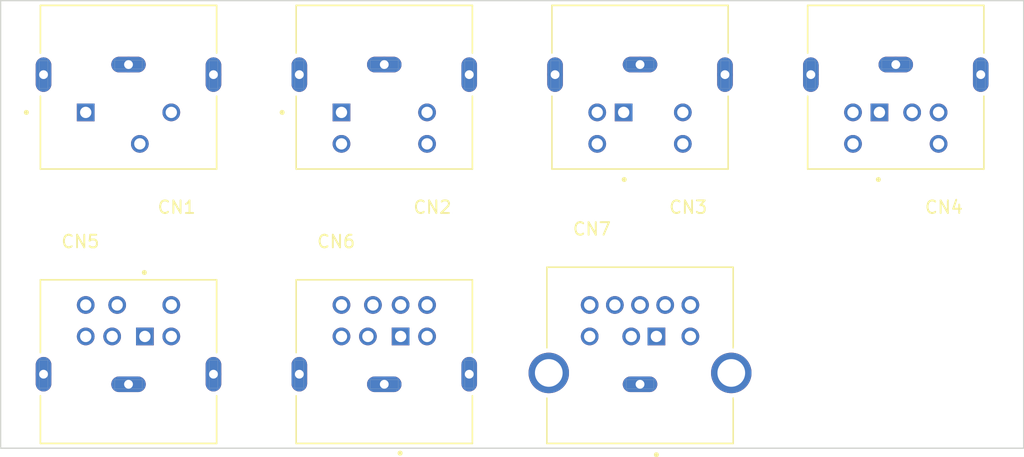
<source format=kicad_pcb>
(kicad_pcb (version 20211014) (generator pcbnew)
  (layers (0 "F.Cu" signal) (31 "B.Cu" signal) (34 "B.Paste" user) (35 "F.Paste" user) (36 "B.SilkS" user "B.Silkscreen") (37 "F.SilkS" user "F.Silkscreen") (38 "B.Mask" user) (39 "F.Mask" user) (44 "Edge.Cuts" user))
  (net 0 "")
  (footprint "MD-XXSM:CUI_MD-30SM" (layer "F.Cu") (at 76.2 35.56 180)
    (fp_text reference "CN1")
    (fp_text value "MD-30")
    (fp_line (start 1.1 -0.35) (end 1.1 0.35) (layer "Edge.Cuts") (width 0.01))
    (fp_line (start 6.4 -1.9) (end 7.1 -1.9) (layer "Edge.Cuts") (width 0.01))
    (fp_line (start -6.4 -1.9) (end -6.4 0.3) (layer "Edge.Cuts") (width 0.01))
    (fp_line (start 7.1 0.3) (end 6.4 0.3) (layer "Edge.Cuts") (width 0.01))
    (fp_line (start -7.1 -1.9) (end -6.4 -1.9) (layer "Edge.Cuts") (width 0.01))
    (fp_line (start 1.1 0.35) (end -1.1 0.35) (layer "Edge.Cuts") (width 0.01))
    (fp_line (start 7.1 -1.9) (end 7.1 0.3) (layer "Edge.Cuts") (width 0.01))
    (fp_line (start 6.4 0.3) (end 6.4 -1.9) (layer "Edge.Cuts") (width 0.01))
    (fp_line (start -7.1 0.3) (end -7.1 -1.9) (layer "Edge.Cuts") (width 0.01))
    (fp_line (start -6.4 0.3) (end -7.1 0.3) (layer "Edge.Cuts") (width 0.01))
    (fp_line (start -1.1 0.35) (end -1.1 -0.35) (layer "Edge.Cuts") (width 0.01))
    (fp_line (start -1.1 -0.35) (end 1.1 -0.35) (layer "Edge.Cuts") (width 0.01))
  )
  (footprint "MD-XXSM:CUI_MD-80SM" (layer "F.Cu") (at 96.52 60.96)
    (fp_text reference "CN6")
    (fp_text value "MD-80")
    (fp_line (start 6.4 -1.9) (end 7.1 -1.9) (layer "Edge.Cuts") (width 0.01))
    (fp_line (start -6.4 0.3) (end -7.1 0.3) (layer "Edge.Cuts") (width 0.01))
    (fp_line (start -1.1 0.35) (end -1.1 -0.35) (layer "Edge.Cuts") (width 0.01))
    (fp_line (start -6.4 -1.9) (end -6.4 0.3) (layer "Edge.Cuts") (width 0.01))
    (fp_line (start 1.1 -0.35) (end 1.1 0.35) (layer "Edge.Cuts") (width 0.01))
    (fp_line (start -7.1 -1.9) (end -6.4 -1.9) (layer "Edge.Cuts") (width 0.01))
    (fp_line (start -1.1 -0.35) (end 1.1 -0.35) (layer "Edge.Cuts") (width 0.01))
    (fp_line (start 7.1 0.3) (end 6.4 0.3) (layer "Edge.Cuts") (width 0.01))
    (fp_line (start 1.1 0.35) (end -1.1 0.35) (layer "Edge.Cuts") (width 0.01))
    (fp_line (start -7.1 0.3) (end -7.1 -1.9) (layer "Edge.Cuts") (width 0.01))
    (fp_line (start 7.1 -1.9) (end 7.1 0.3) (layer "Edge.Cuts") (width 0.01))
    (fp_line (start 6.4 0.3) (end 6.4 -1.9) (layer "Edge.Cuts") (width 0.01))
  )
  (footprint "MD-XXSM:CUI_MD-50SM" (layer "F.Cu") (at 116.84 35.56 180)
    (fp_text reference "CN3")
    (fp_text value "MD-50")
    (fp_line (start -7.1 -1.9) (end -6.4 -1.9) (layer "Edge.Cuts") (width 0.01))
    (fp_line (start -1.1 -0.35) (end 1.1 -0.35) (layer "Edge.Cuts") (width 0.01))
    (fp_line (start -1.1 0.35) (end -1.1 -0.35) (layer "Edge.Cuts") (width 0.01))
    (fp_line (start 1.1 -0.35) (end 1.1 0.35) (layer "Edge.Cuts") (width 0.01))
    (fp_line (start -6.4 -1.9) (end -6.4 0.3) (layer "Edge.Cuts") (width 0.01))
    (fp_line (start 7.1 0.3) (end 6.4 0.3) (layer "Edge.Cuts") (width 0.01))
    (fp_line (start 1.1 0.35) (end -1.1 0.35) (layer "Edge.Cuts") (width 0.01))
    (fp_line (start -7.1 0.3) (end -7.1 -1.9) (layer "Edge.Cuts") (width 0.01))
    (fp_line (start 7.1 -1.9) (end 7.1 0.3) (layer "Edge.Cuts") (width 0.01))
    (fp_line (start 6.4 -1.9) (end 7.1 -1.9) (layer "Edge.Cuts") (width 0.01))
    (fp_line (start -6.4 0.3) (end -7.1 0.3) (layer "Edge.Cuts") (width 0.01))
    (fp_line (start 6.4 0.3) (end 6.4 -1.9) (layer "Edge.Cuts") (width 0.01))
  )
  (footprint "MD-XXSM:CUI_MD-60SM" (layer "F.Cu") (at 137.16 35.56 180)
    (fp_text reference "CN4")
    (fp_text value "MD-60")
    (fp_line (start -7.1 0.3) (end -7.1 -1.9) (layer "Edge.Cuts") (width 0.01))
    (fp_line (start -6.4 -1.9) (end -6.4 0.3) (layer "Edge.Cuts") (width 0.01))
    (fp_line (start -1.1 -0.35) (end 1.1 -0.35) (layer "Edge.Cuts") (width 0.01))
    (fp_line (start 6.4 0.3) (end 6.4 -1.9) (layer "Edge.Cuts") (width 0.01))
    (fp_line (start 1.1 -0.35) (end 1.1 0.35) (layer "Edge.Cuts") (width 0.01))
    (fp_line (start 7.1 -1.9) (end 7.1 0.3) (layer "Edge.Cuts") (width 0.01))
    (fp_line (start 6.4 -1.9) (end 7.1 -1.9) (layer "Edge.Cuts") (width 0.01))
    (fp_line (start -1.1 0.35) (end -1.1 -0.35) (layer "Edge.Cuts") (width 0.01))
    (fp_line (start -6.4 0.3) (end -7.1 0.3) (layer "Edge.Cuts") (width 0.01))
    (fp_line (start 1.1 0.35) (end -1.1 0.35) (layer "Edge.Cuts") (width 0.01))
    (fp_line (start -7.1 -1.9) (end -6.4 -1.9) (layer "Edge.Cuts") (width 0.01))
    (fp_line (start 7.1 0.3) (end 6.4 0.3) (layer "Edge.Cuts") (width 0.01))
  )
  (footprint "MD-XXSM:CUI_MD-70SM" (layer "F.Cu") (at 76.2 60.96)
    (fp_text reference "CN5")
    (fp_text value "MD-70")
    (fp_line (start 6.4 0.3) (end 6.4 -1.9) (layer "Edge.Cuts") (width 0.01))
    (fp_line (start -6.4 -1.9) (end -6.4 0.3) (layer "Edge.Cuts") (width 0.01))
    (fp_line (start -1.1 0.35) (end -1.1 -0.35) (layer "Edge.Cuts") (width 0.01))
    (fp_line (start 1.1 -0.35) (end 1.1 0.35) (layer "Edge.Cuts") (width 0.01))
    (fp_line (start -7.1 0.3) (end -7.1 -1.9) (layer "Edge.Cuts") (width 0.01))
    (fp_line (start 6.4 -1.9) (end 7.1 -1.9) (layer "Edge.Cuts") (width 0.01))
    (fp_line (start -7.1 -1.9) (end -6.4 -1.9) (layer "Edge.Cuts") (width 0.01))
    (fp_line (start -6.4 0.3) (end -7.1 0.3) (layer "Edge.Cuts") (width 0.01))
    (fp_line (start 1.1 0.35) (end -1.1 0.35) (layer "Edge.Cuts") (width 0.01))
    (fp_line (start -1.1 -0.35) (end 1.1 -0.35) (layer "Edge.Cuts") (width 0.01))
    (fp_line (start 7.1 0.3) (end 6.4 0.3) (layer "Edge.Cuts") (width 0.01))
    (fp_line (start 7.1 -1.9) (end 7.1 0.3) (layer "Edge.Cuts") (width 0.01))
  )
  (footprint "MD-XXSM:CUI_MD-40SM" (layer "F.Cu") (at 96.52 35.56 180)
    (fp_text reference "CN2")
    (fp_text value "MD-40")
    (fp_line (start -6.4 -1.9) (end -6.4 0.3) (layer "Edge.Cuts") (width 0.01))
    (fp_line (start 1.1 -0.35) (end 1.1 0.35) (layer "Edge.Cuts") (width 0.01))
    (fp_line (start -1.1 0.35) (end -1.1 -0.35) (layer "Edge.Cuts") (width 0.01))
    (fp_line (start -6.4 0.3) (end -7.1 0.3) (layer "Edge.Cuts") (width 0.01))
    (fp_line (start 6.4 0.3) (end 6.4 -1.9) (layer "Edge.Cuts") (width 0.01))
    (fp_line (start 7.1 -1.9) (end 7.1 0.3) (layer "Edge.Cuts") (width 0.01))
    (fp_line (start 1.1 0.35) (end -1.1 0.35) (layer "Edge.Cuts") (width 0.01))
    (fp_line (start -7.1 -1.9) (end -6.4 -1.9) (layer "Edge.Cuts") (width 0.01))
    (fp_line (start -1.1 -0.35) (end 1.1 -0.35) (layer "Edge.Cuts") (width 0.01))
    (fp_line (start -7.1 0.3) (end -7.1 -1.9) (layer "Edge.Cuts") (width 0.01))
    (fp_line (start 7.1 0.3) (end 6.4 0.3) (layer "Edge.Cuts") (width 0.01))
    (fp_line (start 6.4 -1.9) (end 7.1 -1.9) (layer "Edge.Cuts") (width 0.01))
  )
  (footprint "MD-XXSM:CUI_MD-90SM" (layer "F.Cu") (at 116.84 60.96)
    (fp_text reference "CN7")
    (fp_text value "MD-90")
    (fp_line (start 1.1 0.35) (end -1.1 0.35) (layer "Edge.Cuts") (width 0.01))
    (fp_line (start 1.1 -0.35) (end 1.1 0.35) (layer "Edge.Cuts") (width 0.01))
    (fp_line (start -1.1 -0.35) (end 1.1 -0.35) (layer "Edge.Cuts") (width 0.01))
    (fp_line (start -1.1 0.35) (end -1.1 -0.35) (layer "Edge.Cuts") (width 0.01))
  )
  (gr_rect (start 66.04 66.04) (end 147.32 30.48) (layer "Edge.Cuts") (width 0.1) (fill none))
)
</source>
